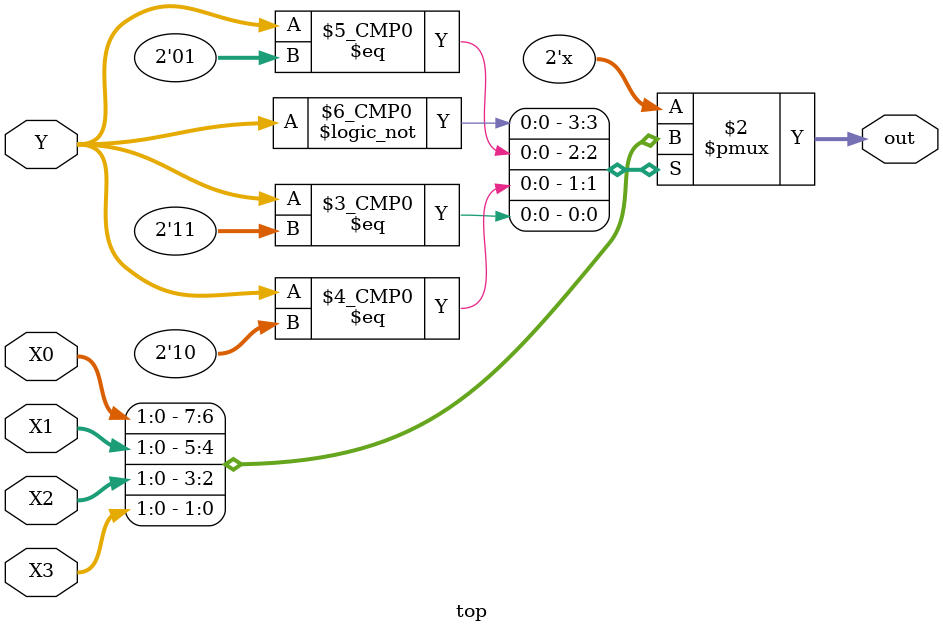
<source format=v>
module top(
    // input   clk,
    // input   rst_n,
    input   [1:0]   X0,
    input   [1:0]   X1,
    input   [1:0]   X2,
    input   [1:0]   X3,
    input   [1:0]   Y,
    output  reg [1:0]   out
);
    always@(*) begin
        case (Y)
            2'b00:  out = X0;
            2'b01:  out = X1;
            2'b10:  out = X2;
            2'b11:  out = X3; 
            default: out = 2'b00;
        endcase
    end

    // MuxKey #(4, 2, 2)  u_MuxKey(
    //     out, Y, {
    //         2'b00, X0,
    //         2'b01, X1,
    //         2'b10, X2,
    //         2'b11, X3
    //     }
    // );
        


endmodule


</source>
